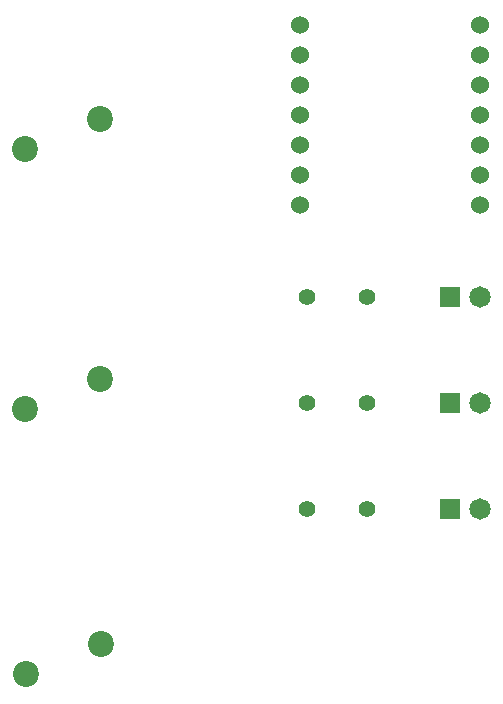
<source format=gbr>
%TF.GenerationSoftware,KiCad,Pcbnew,9.0.3*%
%TF.CreationDate,2025-07-19T15:28:30-07:00*%
%TF.ProjectId,ayushi_macropad,61797573-6869-45f6-9d61-63726f706164,rev?*%
%TF.SameCoordinates,Original*%
%TF.FileFunction,Copper,L2,Bot*%
%TF.FilePolarity,Positive*%
%FSLAX46Y46*%
G04 Gerber Fmt 4.6, Leading zero omitted, Abs format (unit mm)*
G04 Created by KiCad (PCBNEW 9.0.3) date 2025-07-19 15:28:30*
%MOMM*%
%LPD*%
G01*
G04 APERTURE LIST*
%TA.AperFunction,ComponentPad*%
%ADD10R,1.815000X1.815000*%
%TD*%
%TA.AperFunction,ComponentPad*%
%ADD11C,1.815000*%
%TD*%
%TA.AperFunction,ComponentPad*%
%ADD12C,1.400000*%
%TD*%
%TA.AperFunction,ComponentPad*%
%ADD13C,2.200000*%
%TD*%
%TA.AperFunction,ComponentPad*%
%ADD14C,1.524000*%
%TD*%
G04 APERTURE END LIST*
D10*
%TO.P,D3,C*%
%TO.N,GND*%
X152460000Y-104000000D03*
D11*
%TO.P,D3,A*%
%TO.N,Net-(D3-PadA)*%
X155000000Y-104000000D03*
%TD*%
%TO.P,D1,A*%
%TO.N,Net-(D1-PadA)*%
X155040000Y-86000000D03*
D10*
%TO.P,D1,C*%
%TO.N,GND*%
X152500000Y-86000000D03*
%TD*%
D12*
%TO.P,R1,1*%
%TO.N,Net-(D1-PadA)*%
X140420000Y-86000000D03*
%TO.P,R1,2*%
%TO.N,LED3*%
X145500000Y-86000000D03*
%TD*%
D11*
%TO.P,D2,A*%
%TO.N,Net-(D2-PadA)*%
X155000000Y-95000000D03*
D10*
%TO.P,D2,C*%
%TO.N,GND*%
X152460000Y-95000000D03*
%TD*%
D13*
%TO.P,SW1,1,1*%
%TO.N,button1*%
X122850000Y-70960000D03*
%TO.P,SW1,2,2*%
%TO.N,GND*%
X116500000Y-73500000D03*
%TD*%
D12*
%TO.P,R2,1*%
%TO.N,Net-(D2-PadA)*%
X140420000Y-95000000D03*
%TO.P,R2,2*%
%TO.N,LED2*%
X145500000Y-95000000D03*
%TD*%
%TO.P,R3,1*%
%TO.N,Net-(D3-PadA)*%
X140420000Y-104000000D03*
%TO.P,R3,2*%
%TO.N,LED1*%
X145500000Y-104000000D03*
%TD*%
D14*
%TO.P,U1,1,GPIO26/ADC0/A0*%
%TO.N,LED1*%
X139760000Y-63000000D03*
%TO.P,U1,2,GPIO27/ADC1/A1*%
%TO.N,LED2*%
X139760000Y-65540000D03*
%TO.P,U1,3,GPIO28/ADC2/A2*%
%TO.N,LED3*%
X139760000Y-68080000D03*
%TO.P,U1,4,GPIO29/ADC3/A3*%
%TO.N,button1*%
X139760000Y-70620000D03*
%TO.P,U1,5,GPIO6/SDA*%
%TO.N,button2*%
X139760000Y-73160000D03*
%TO.P,U1,6,GPIO7/SCL*%
%TO.N,button3*%
X139760000Y-75700000D03*
%TO.P,U1,7,GPIO0/TX*%
%TO.N,unconnected-(U1-GPIO0{slash}TX-Pad7)*%
X139760000Y-78240000D03*
%TO.P,U1,8,GPIO1/RX*%
%TO.N,unconnected-(U1-GPIO1{slash}RX-Pad8)*%
X155000000Y-78240000D03*
%TO.P,U1,9,GPIO2/SCK*%
%TO.N,unconnected-(U1-GPIO2{slash}SCK-Pad9)*%
X155000000Y-75700000D03*
%TO.P,U1,10,GPIO4/MISO*%
%TO.N,unconnected-(U1-GPIO4{slash}MISO-Pad10)*%
X155000000Y-73160000D03*
%TO.P,U1,11,GPIO3/MOSI*%
%TO.N,unconnected-(U1-GPIO3{slash}MOSI-Pad11)*%
X155000000Y-70620000D03*
%TO.P,U1,12,3V3*%
%TO.N,unconnected-(U1-3V3-Pad12)*%
X155000000Y-68080000D03*
%TO.P,U1,13,GND*%
%TO.N,GND*%
X155000000Y-65540000D03*
%TO.P,U1,14,VBUS*%
%TO.N,unconnected-(U1-VBUS-Pad14)*%
X155000000Y-63000000D03*
%TD*%
D13*
%TO.P,SW3,1,1*%
%TO.N,button3*%
X122960000Y-115420000D03*
%TO.P,SW3,2,2*%
%TO.N,GND*%
X116610000Y-117960000D03*
%TD*%
%TO.P,SW2,1,1*%
%TO.N,button2*%
X122850000Y-92960000D03*
%TO.P,SW2,2,2*%
%TO.N,GND*%
X116500000Y-95500000D03*
%TD*%
M02*

</source>
